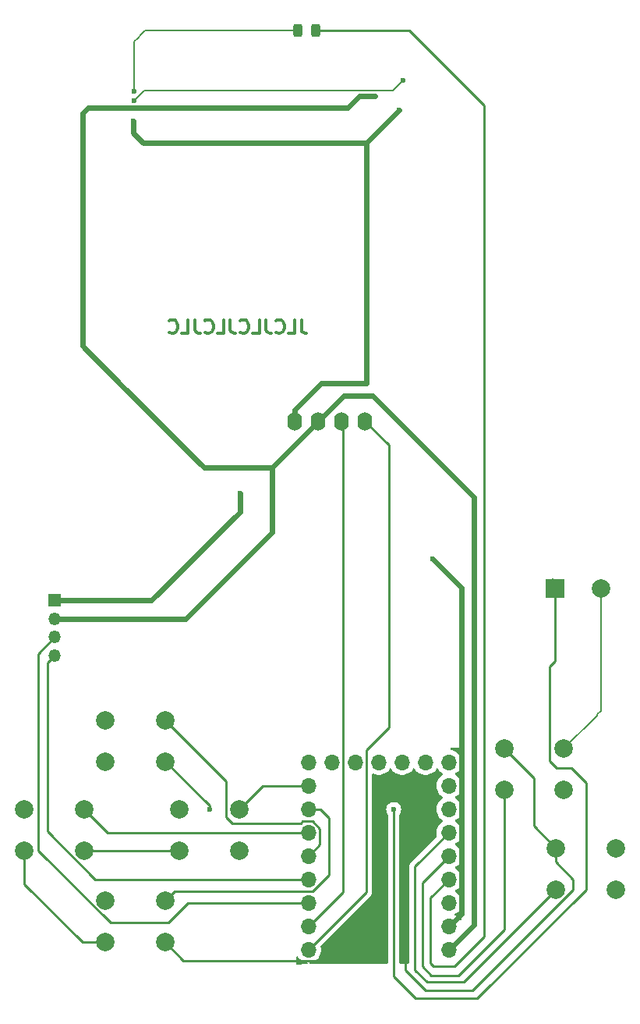
<source format=gbr>
G04 #@! TF.GenerationSoftware,KiCad,Pcbnew,8.0.5-8.0.5-0~ubuntu24.04.1*
G04 #@! TF.CreationDate,2024-10-08T07:55:02+09:00*
G04 #@! TF.ProjectId,gopher_rp2040_sw,676f7068-6572-45f7-9270-323034305f73,rev?*
G04 #@! TF.SameCoordinates,Original*
G04 #@! TF.FileFunction,Copper,L2,Bot*
G04 #@! TF.FilePolarity,Positive*
%FSLAX46Y46*%
G04 Gerber Fmt 4.6, Leading zero omitted, Abs format (unit mm)*
G04 Created by KiCad (PCBNEW 8.0.5-8.0.5-0~ubuntu24.04.1) date 2024-10-08 07:55:02*
%MOMM*%
%LPD*%
G01*
G04 APERTURE LIST*
G04 Aperture macros list*
%AMRoundRect*
0 Rectangle with rounded corners*
0 $1 Rounding radius*
0 $2 $3 $4 $5 $6 $7 $8 $9 X,Y pos of 4 corners*
0 Add a 4 corners polygon primitive as box body*
4,1,4,$2,$3,$4,$5,$6,$7,$8,$9,$2,$3,0*
0 Add four circle primitives for the rounded corners*
1,1,$1+$1,$2,$3*
1,1,$1+$1,$4,$5*
1,1,$1+$1,$6,$7*
1,1,$1+$1,$8,$9*
0 Add four rect primitives between the rounded corners*
20,1,$1+$1,$2,$3,$4,$5,0*
20,1,$1+$1,$4,$5,$6,$7,0*
20,1,$1+$1,$6,$7,$8,$9,0*
20,1,$1+$1,$8,$9,$2,$3,0*%
G04 Aperture macros list end*
%ADD10C,0.300000*%
G04 #@! TA.AperFunction,NonConductor*
%ADD11C,0.300000*%
G04 #@! TD*
G04 #@! TA.AperFunction,ComponentPad*
%ADD12O,1.700000X1.700000*%
G04 #@! TD*
G04 #@! TA.AperFunction,ComponentPad*
%ADD13O,1.600000X2.000000*%
G04 #@! TD*
G04 #@! TA.AperFunction,ComponentPad*
%ADD14C,2.000000*%
G04 #@! TD*
G04 #@! TA.AperFunction,ComponentPad*
%ADD15R,1.350000X1.350000*%
G04 #@! TD*
G04 #@! TA.AperFunction,ComponentPad*
%ADD16O,1.350000X1.350000*%
G04 #@! TD*
G04 #@! TA.AperFunction,ComponentPad*
%ADD17R,2.000000X2.000000*%
G04 #@! TD*
G04 #@! TA.AperFunction,SMDPad,CuDef*
%ADD18RoundRect,0.243750X0.243750X0.456250X-0.243750X0.456250X-0.243750X-0.456250X0.243750X-0.456250X0*%
G04 #@! TD*
G04 #@! TA.AperFunction,ViaPad*
%ADD19C,0.600000*%
G04 #@! TD*
G04 #@! TA.AperFunction,Conductor*
%ADD20C,0.250000*%
G04 #@! TD*
G04 #@! TA.AperFunction,Conductor*
%ADD21C,0.600000*%
G04 #@! TD*
G04 #@! TA.AperFunction,Conductor*
%ADD22C,0.200000*%
G04 #@! TD*
G04 APERTURE END LIST*
D10*
D11*
X110275035Y-87060597D02*
X110275035Y-88132026D01*
X110275035Y-88132026D02*
X110346464Y-88346311D01*
X110346464Y-88346311D02*
X110489321Y-88489169D01*
X110489321Y-88489169D02*
X110703607Y-88560597D01*
X110703607Y-88560597D02*
X110846464Y-88560597D01*
X108846464Y-88560597D02*
X109560750Y-88560597D01*
X109560750Y-88560597D02*
X109560750Y-87060597D01*
X107489321Y-88417740D02*
X107560749Y-88489169D01*
X107560749Y-88489169D02*
X107775035Y-88560597D01*
X107775035Y-88560597D02*
X107917892Y-88560597D01*
X107917892Y-88560597D02*
X108132178Y-88489169D01*
X108132178Y-88489169D02*
X108275035Y-88346311D01*
X108275035Y-88346311D02*
X108346464Y-88203454D01*
X108346464Y-88203454D02*
X108417892Y-87917740D01*
X108417892Y-87917740D02*
X108417892Y-87703454D01*
X108417892Y-87703454D02*
X108346464Y-87417740D01*
X108346464Y-87417740D02*
X108275035Y-87274883D01*
X108275035Y-87274883D02*
X108132178Y-87132026D01*
X108132178Y-87132026D02*
X107917892Y-87060597D01*
X107917892Y-87060597D02*
X107775035Y-87060597D01*
X107775035Y-87060597D02*
X107560749Y-87132026D01*
X107560749Y-87132026D02*
X107489321Y-87203454D01*
X106417892Y-87060597D02*
X106417892Y-88132026D01*
X106417892Y-88132026D02*
X106489321Y-88346311D01*
X106489321Y-88346311D02*
X106632178Y-88489169D01*
X106632178Y-88489169D02*
X106846464Y-88560597D01*
X106846464Y-88560597D02*
X106989321Y-88560597D01*
X104989321Y-88560597D02*
X105703607Y-88560597D01*
X105703607Y-88560597D02*
X105703607Y-87060597D01*
X103632178Y-88417740D02*
X103703606Y-88489169D01*
X103703606Y-88489169D02*
X103917892Y-88560597D01*
X103917892Y-88560597D02*
X104060749Y-88560597D01*
X104060749Y-88560597D02*
X104275035Y-88489169D01*
X104275035Y-88489169D02*
X104417892Y-88346311D01*
X104417892Y-88346311D02*
X104489321Y-88203454D01*
X104489321Y-88203454D02*
X104560749Y-87917740D01*
X104560749Y-87917740D02*
X104560749Y-87703454D01*
X104560749Y-87703454D02*
X104489321Y-87417740D01*
X104489321Y-87417740D02*
X104417892Y-87274883D01*
X104417892Y-87274883D02*
X104275035Y-87132026D01*
X104275035Y-87132026D02*
X104060749Y-87060597D01*
X104060749Y-87060597D02*
X103917892Y-87060597D01*
X103917892Y-87060597D02*
X103703606Y-87132026D01*
X103703606Y-87132026D02*
X103632178Y-87203454D01*
X102560749Y-87060597D02*
X102560749Y-88132026D01*
X102560749Y-88132026D02*
X102632178Y-88346311D01*
X102632178Y-88346311D02*
X102775035Y-88489169D01*
X102775035Y-88489169D02*
X102989321Y-88560597D01*
X102989321Y-88560597D02*
X103132178Y-88560597D01*
X101132178Y-88560597D02*
X101846464Y-88560597D01*
X101846464Y-88560597D02*
X101846464Y-87060597D01*
X99775035Y-88417740D02*
X99846463Y-88489169D01*
X99846463Y-88489169D02*
X100060749Y-88560597D01*
X100060749Y-88560597D02*
X100203606Y-88560597D01*
X100203606Y-88560597D02*
X100417892Y-88489169D01*
X100417892Y-88489169D02*
X100560749Y-88346311D01*
X100560749Y-88346311D02*
X100632178Y-88203454D01*
X100632178Y-88203454D02*
X100703606Y-87917740D01*
X100703606Y-87917740D02*
X100703606Y-87703454D01*
X100703606Y-87703454D02*
X100632178Y-87417740D01*
X100632178Y-87417740D02*
X100560749Y-87274883D01*
X100560749Y-87274883D02*
X100417892Y-87132026D01*
X100417892Y-87132026D02*
X100203606Y-87060597D01*
X100203606Y-87060597D02*
X100060749Y-87060597D01*
X100060749Y-87060597D02*
X99846463Y-87132026D01*
X99846463Y-87132026D02*
X99775035Y-87203454D01*
X98703606Y-87060597D02*
X98703606Y-88132026D01*
X98703606Y-88132026D02*
X98775035Y-88346311D01*
X98775035Y-88346311D02*
X98917892Y-88489169D01*
X98917892Y-88489169D02*
X99132178Y-88560597D01*
X99132178Y-88560597D02*
X99275035Y-88560597D01*
X97275035Y-88560597D02*
X97989321Y-88560597D01*
X97989321Y-88560597D02*
X97989321Y-87060597D01*
X95917892Y-88417740D02*
X95989320Y-88489169D01*
X95989320Y-88489169D02*
X96203606Y-88560597D01*
X96203606Y-88560597D02*
X96346463Y-88560597D01*
X96346463Y-88560597D02*
X96560749Y-88489169D01*
X96560749Y-88489169D02*
X96703606Y-88346311D01*
X96703606Y-88346311D02*
X96775035Y-88203454D01*
X96775035Y-88203454D02*
X96846463Y-87917740D01*
X96846463Y-87917740D02*
X96846463Y-87703454D01*
X96846463Y-87703454D02*
X96775035Y-87417740D01*
X96775035Y-87417740D02*
X96703606Y-87274883D01*
X96703606Y-87274883D02*
X96560749Y-87132026D01*
X96560749Y-87132026D02*
X96346463Y-87060597D01*
X96346463Y-87060597D02*
X96203606Y-87060597D01*
X96203606Y-87060597D02*
X95989320Y-87132026D01*
X95989320Y-87132026D02*
X95917892Y-87203454D01*
D12*
X111060000Y-155400000D03*
X111060000Y-152860000D03*
X111060000Y-150320000D03*
X111060000Y-147780000D03*
X111060000Y-145240000D03*
X111060000Y-142700000D03*
X111060000Y-140160000D03*
X111060000Y-137620000D03*
X111060000Y-135080000D03*
X113600000Y-135080000D03*
X116140000Y-135080000D03*
X118680000Y-135080000D03*
X121220000Y-135080000D03*
X123760000Y-135080000D03*
X126300000Y-135080000D03*
X126300000Y-137620000D03*
X126300000Y-140160000D03*
X126300000Y-142700000D03*
X126300000Y-145240000D03*
X126300000Y-147780000D03*
X126300000Y-150320000D03*
X126300000Y-152860000D03*
X126300000Y-155400000D03*
D13*
X109580000Y-98100000D03*
X112120000Y-98100000D03*
X114660000Y-98100000D03*
X117200000Y-98100000D03*
D14*
X132300000Y-133600000D03*
X138800000Y-133600000D03*
X132300000Y-138100000D03*
X138800000Y-138100000D03*
X80200000Y-140200000D03*
X86700000Y-140200000D03*
X80200000Y-144700000D03*
X86700000Y-144700000D03*
X89000000Y-150100000D03*
X95500000Y-150100000D03*
X89000000Y-154600000D03*
X95500000Y-154600000D03*
D15*
X83500000Y-117500000D03*
D16*
X83500000Y-119500000D03*
X83500000Y-121500000D03*
X83500000Y-123500000D03*
D14*
X89000000Y-130500000D03*
X95500000Y-130500000D03*
X89000000Y-135000000D03*
X95500000Y-135000000D03*
X97000000Y-140200000D03*
X103500000Y-140200000D03*
X97000000Y-144700000D03*
X103500000Y-144700000D03*
X137900000Y-144400000D03*
X144400000Y-144400000D03*
X137900000Y-148900000D03*
X144400000Y-148900000D03*
D17*
X137800000Y-116200000D03*
D14*
X142800000Y-116200000D03*
D18*
X111800000Y-55700000D03*
X109925000Y-55700000D03*
D19*
X103600000Y-105900000D03*
X124500000Y-113000000D03*
X92000000Y-65500000D03*
X121600000Y-152900000D03*
X113200000Y-156300000D03*
X100300000Y-140200000D03*
X120900000Y-64300000D03*
X118300000Y-62800000D03*
X89300000Y-64100000D03*
X92100000Y-62300000D03*
X121300000Y-61100000D03*
X92100000Y-63300000D03*
X120300000Y-140200000D03*
D20*
X135500000Y-142000000D02*
X137900000Y-144400000D01*
X128873833Y-159800000D02*
X123800000Y-159800000D01*
D21*
X93100000Y-67900000D02*
X92300000Y-67100000D01*
D22*
X142400000Y-130000000D02*
X138800000Y-133600000D01*
D20*
X80200000Y-144700000D02*
X80200000Y-148300000D01*
X123800000Y-159800000D02*
X121600000Y-157600000D01*
X121600000Y-157600000D02*
X121600000Y-152900000D01*
D21*
X117300000Y-94000000D02*
X117300000Y-67900000D01*
X117300000Y-94000000D02*
X112400000Y-94000000D01*
D20*
X135500000Y-136800000D02*
X135500000Y-142000000D01*
X86700000Y-144700000D02*
X95100000Y-144700000D01*
X139800000Y-147800000D02*
X139800000Y-148873833D01*
D21*
X112400000Y-94000000D02*
X109580000Y-96820000D01*
D20*
X137900000Y-144400000D02*
X137900000Y-145900000D01*
D21*
X92000000Y-66800000D02*
X92000000Y-65500000D01*
D20*
X97475000Y-156575000D02*
X95500000Y-154600000D01*
X139800000Y-148873833D02*
X128873833Y-159800000D01*
X86500000Y-154600000D02*
X89000000Y-154600000D01*
D21*
X117300000Y-67900000D02*
X120900000Y-64300000D01*
D20*
X95100000Y-144700000D02*
X97000000Y-144700000D01*
D21*
X117300000Y-67900000D02*
X93100000Y-67900000D01*
X109580000Y-96820000D02*
X109580000Y-98100000D01*
D20*
X95500000Y-135000000D02*
X100300000Y-139800000D01*
D22*
X142400000Y-130000000D02*
X142400000Y-129900000D01*
D21*
X127650000Y-116150000D02*
X127650000Y-151510000D01*
X103600000Y-105900000D02*
X103600000Y-107900000D01*
D22*
X142800000Y-129500000D02*
X142800000Y-116200000D01*
D21*
X103600000Y-107900000D02*
X94000000Y-117500000D01*
D20*
X113200000Y-156300000D02*
X112925000Y-156575000D01*
X80200000Y-148300000D02*
X86500000Y-154600000D01*
D21*
X92300000Y-67100000D02*
X92000000Y-66800000D01*
D20*
X137900000Y-145900000D02*
X139800000Y-147800000D01*
D22*
X142400000Y-129900000D02*
X142800000Y-129500000D01*
D20*
X132300000Y-133600000D02*
X135500000Y-136800000D01*
X112925000Y-156575000D02*
X97475000Y-156575000D01*
D21*
X127650000Y-151510000D02*
X126300000Y-152860000D01*
X124500000Y-113000000D02*
X127650000Y-116150000D01*
D20*
X100300000Y-139800000D02*
X100300000Y-140200000D01*
D21*
X94000000Y-117500000D02*
X83500000Y-117500000D01*
X90700000Y-94100000D02*
X86500000Y-89900000D01*
X116600000Y-62800000D02*
X118300000Y-62800000D01*
X86500000Y-89800000D02*
X86500000Y-64700000D01*
X89300000Y-64100000D02*
X115300000Y-64100000D01*
X107100000Y-103120000D02*
X99720000Y-103120000D01*
X112120000Y-98320000D02*
X112120000Y-98100000D01*
X129000000Y-152700000D02*
X126300000Y-155400000D01*
X107100000Y-103120000D02*
X112120000Y-98100000D01*
X87100000Y-64100000D02*
X89300000Y-64100000D01*
X115300000Y-64100000D02*
X116600000Y-62800000D01*
X107100000Y-110100000D02*
X97700000Y-119500000D01*
X112120000Y-98100000D02*
X114920000Y-95300000D01*
X86500000Y-89900000D02*
X86500000Y-89800000D01*
X97700000Y-119500000D02*
X83500000Y-119500000D01*
X118000000Y-95300000D02*
X129000000Y-106300000D01*
X99720000Y-103120000D02*
X90700000Y-94100000D01*
X107100000Y-103120000D02*
X107100000Y-110100000D01*
X129000000Y-106300000D02*
X129000000Y-152700000D01*
X114920000Y-95300000D02*
X118000000Y-95300000D01*
X86500000Y-64700000D02*
X87100000Y-64100000D01*
D22*
X92100000Y-56900000D02*
X92100000Y-62300000D01*
X92500000Y-56500000D02*
X92100000Y-56900000D01*
X92900000Y-56100000D02*
X92500000Y-56500000D01*
X93300000Y-55700000D02*
X92900000Y-56100000D01*
X109925000Y-55700000D02*
X93300000Y-55700000D01*
X93200000Y-62200000D02*
X120200000Y-62200000D01*
X120200000Y-62200000D02*
X121300000Y-61100000D01*
X92100000Y-63300000D02*
X93200000Y-62200000D01*
D20*
X117315000Y-149145000D02*
X111060000Y-155400000D01*
X117315000Y-133785001D02*
X117315000Y-149145000D01*
X119768346Y-100668346D02*
X119768346Y-131331655D01*
X119768346Y-131331655D02*
X117315000Y-133785001D01*
X117200000Y-98100000D02*
X119768346Y-100668346D01*
X114775000Y-149145000D02*
X111060000Y-152860000D01*
X114660000Y-98100000D02*
X114775000Y-98215000D01*
X114775000Y-98215000D02*
X114775000Y-149145000D01*
X81700000Y-144673833D02*
X89526167Y-152500000D01*
X95800000Y-152500000D02*
X97980000Y-150320000D01*
X81700000Y-123300000D02*
X81700000Y-144673833D01*
X83500000Y-121500000D02*
X81700000Y-123300000D01*
X89526167Y-152500000D02*
X95800000Y-152500000D01*
X97980000Y-150320000D02*
X111060000Y-150320000D01*
X82700000Y-142573833D02*
X82700000Y-124300000D01*
X87906167Y-147780000D02*
X111060000Y-147780000D01*
X82700000Y-124300000D02*
X83500000Y-123500000D01*
X82700000Y-142573833D02*
X87906167Y-147780000D01*
X138000000Y-135700000D02*
X137200000Y-134900000D01*
X122700000Y-160700000D02*
X129400000Y-160700000D01*
X137475000Y-115325000D02*
X137600000Y-115200000D01*
X120300000Y-158300000D02*
X122700000Y-160700000D01*
X141200000Y-137300000D02*
X139600000Y-135700000D01*
X137800000Y-124100000D02*
X137800000Y-116200000D01*
X137200000Y-124700000D02*
X137800000Y-124100000D01*
X129400000Y-160700000D02*
X141200000Y-148900000D01*
X141200000Y-148900000D02*
X141200000Y-137300000D01*
X139600000Y-135700000D02*
X138000000Y-135700000D01*
X137200000Y-134900000D02*
X137200000Y-124700000D01*
X120300000Y-140200000D02*
X120300000Y-158300000D01*
X130100000Y-154000000D02*
X130100000Y-63800000D01*
X122000000Y-55700000D02*
X111800000Y-55700000D01*
X126900000Y-157200000D02*
X130100000Y-154000000D01*
X124300000Y-149780000D02*
X124300000Y-156900000D01*
X126300000Y-147780000D02*
X124300000Y-149780000D01*
X130100000Y-63800000D02*
X122000000Y-55700000D01*
X124600000Y-157200000D02*
X126900000Y-157200000D01*
X124300000Y-156900000D02*
X124600000Y-157200000D01*
X111521701Y-141500000D02*
X112300000Y-142278299D01*
X102100000Y-141000000D02*
X102800000Y-141700000D01*
X102800000Y-141700000D02*
X110208299Y-141700000D01*
X110408299Y-141500000D02*
X111521701Y-141500000D01*
X95500000Y-130500000D02*
X102100000Y-137100000D01*
X112300000Y-144000000D02*
X111060000Y-145240000D01*
X110208299Y-141700000D02*
X110408299Y-141500000D01*
X102100000Y-137100000D02*
X102100000Y-141000000D01*
X112300000Y-142278299D02*
X112300000Y-144000000D01*
X89200000Y-142700000D02*
X86700000Y-140200000D01*
X111060000Y-142700000D02*
X89200000Y-142700000D01*
X111500000Y-149100000D02*
X113300000Y-147300000D01*
X96500000Y-149100000D02*
X111500000Y-149100000D01*
X113300000Y-141100000D02*
X112360000Y-140160000D01*
X95500000Y-150100000D02*
X96500000Y-149100000D01*
X112360000Y-140160000D02*
X111060000Y-140160000D01*
X113300000Y-147300000D02*
X113300000Y-141100000D01*
X111060000Y-137620000D02*
X106080000Y-137620000D01*
X106080000Y-137620000D02*
X103500000Y-140200000D01*
X123400000Y-157200000D02*
X123400000Y-148140000D01*
X132300000Y-138100000D02*
X132300000Y-153200000D01*
X123400000Y-148140000D02*
X126300000Y-145240000D01*
X127300000Y-158200000D02*
X124400000Y-158200000D01*
X132300000Y-153200000D02*
X127300000Y-158200000D01*
X124400000Y-158200000D02*
X123400000Y-157200000D01*
X123900000Y-158900000D02*
X122600000Y-157600000D01*
X122600000Y-146400000D02*
X126300000Y-142700000D01*
X137900000Y-148900000D02*
X127900000Y-158900000D01*
X127900000Y-158900000D02*
X123900000Y-158900000D01*
X122600000Y-157600000D02*
X122600000Y-146400000D01*
G04 #@! TA.AperFunction,Conductor*
G36*
X109905203Y-156124943D02*
G01*
X109927804Y-156150829D01*
X109984278Y-156237268D01*
X109984283Y-156237273D01*
X109984284Y-156237276D01*
X110136756Y-156402902D01*
X110136760Y-156402906D01*
X110314424Y-156541189D01*
X110314425Y-156541189D01*
X110314427Y-156541191D01*
X110441135Y-156609761D01*
X110512426Y-156648342D01*
X110725365Y-156721444D01*
X110879996Y-156747247D01*
X110942879Y-156777696D01*
X110979319Y-156837311D01*
X110977745Y-156907162D01*
X110938655Y-156965074D01*
X110874461Y-156992659D01*
X110860274Y-156993553D01*
X109824689Y-156999307D01*
X109757541Y-156979995D01*
X109711494Y-156927446D01*
X109700000Y-156875309D01*
X109700000Y-156218656D01*
X109719685Y-156151617D01*
X109772489Y-156105862D01*
X109841647Y-156095918D01*
X109905203Y-156124943D01*
G37*
G04 #@! TD.AperFunction*
G04 #@! TA.AperFunction,Conductor*
G36*
X125111905Y-135753515D02*
G01*
X125133804Y-135778787D01*
X125224278Y-135917268D01*
X125224283Y-135917273D01*
X125224284Y-135917276D01*
X125376756Y-136082902D01*
X125376760Y-136082906D01*
X125554424Y-136221189D01*
X125554429Y-136221191D01*
X125554431Y-136221193D01*
X125590930Y-136240946D01*
X125640520Y-136290165D01*
X125655628Y-136358382D01*
X125631457Y-136423937D01*
X125590930Y-136459054D01*
X125554431Y-136478806D01*
X125554422Y-136478812D01*
X125376761Y-136617092D01*
X125376756Y-136617097D01*
X125224284Y-136782723D01*
X125224276Y-136782734D01*
X125101140Y-136971207D01*
X125010703Y-137177385D01*
X124955436Y-137395628D01*
X124955434Y-137395640D01*
X124936844Y-137619994D01*
X124936844Y-137620005D01*
X124955434Y-137844359D01*
X124955436Y-137844371D01*
X125010703Y-138062614D01*
X125101140Y-138268792D01*
X125224276Y-138457265D01*
X125224284Y-138457276D01*
X125376756Y-138622902D01*
X125376760Y-138622906D01*
X125554424Y-138761189D01*
X125554429Y-138761191D01*
X125554431Y-138761193D01*
X125590930Y-138780946D01*
X125640520Y-138830165D01*
X125655628Y-138898382D01*
X125631457Y-138963937D01*
X125590930Y-138999054D01*
X125554431Y-139018806D01*
X125554422Y-139018812D01*
X125376761Y-139157092D01*
X125376756Y-139157097D01*
X125224284Y-139322723D01*
X125224276Y-139322734D01*
X125101140Y-139511207D01*
X125010703Y-139717385D01*
X124955436Y-139935628D01*
X124955434Y-139935640D01*
X124936844Y-140159994D01*
X124936844Y-140160005D01*
X124955434Y-140384359D01*
X124955436Y-140384371D01*
X125010703Y-140602614D01*
X125101140Y-140808792D01*
X125224276Y-140997265D01*
X125224284Y-140997276D01*
X125376756Y-141162902D01*
X125376760Y-141162906D01*
X125554424Y-141301189D01*
X125554429Y-141301191D01*
X125554431Y-141301193D01*
X125590930Y-141320946D01*
X125640520Y-141370165D01*
X125655628Y-141438382D01*
X125631457Y-141503937D01*
X125590930Y-141539054D01*
X125554431Y-141558806D01*
X125554422Y-141558812D01*
X125376761Y-141697092D01*
X125376756Y-141697097D01*
X125224284Y-141862723D01*
X125224276Y-141862734D01*
X125101140Y-142051207D01*
X125010703Y-142257385D01*
X124955436Y-142475628D01*
X124955434Y-142475640D01*
X124936844Y-142699994D01*
X124936844Y-142700005D01*
X124955435Y-142924364D01*
X124983461Y-143035037D01*
X124980836Y-143104857D01*
X124950936Y-143153158D01*
X122865890Y-145238206D01*
X122196167Y-145907929D01*
X122168178Y-145935918D01*
X122107927Y-145996168D01*
X122038603Y-146099918D01*
X122038598Y-146099927D01*
X121990845Y-146215214D01*
X121990843Y-146215222D01*
X121966500Y-146337601D01*
X121966500Y-156808539D01*
X121946815Y-156875578D01*
X121894011Y-156921333D01*
X121843189Y-156932537D01*
X121058189Y-156936898D01*
X120991041Y-156917586D01*
X120944994Y-156865037D01*
X120933500Y-156812900D01*
X120933500Y-140747160D01*
X120952507Y-140681188D01*
X121033039Y-140553022D01*
X121033041Y-140553019D01*
X121033041Y-140553017D01*
X121033043Y-140553015D01*
X121093217Y-140381047D01*
X121113616Y-140200000D01*
X121109109Y-140160000D01*
X121093218Y-140018958D01*
X121093217Y-140018953D01*
X121033043Y-139846985D01*
X120936111Y-139692719D01*
X120807281Y-139563889D01*
X120786522Y-139550845D01*
X120653017Y-139466958D01*
X120653016Y-139466957D01*
X120653015Y-139466957D01*
X120598693Y-139447949D01*
X120481046Y-139406782D01*
X120481041Y-139406781D01*
X120300004Y-139386384D01*
X120299996Y-139386384D01*
X120118958Y-139406781D01*
X120118953Y-139406782D01*
X119946982Y-139466958D01*
X119792718Y-139563889D01*
X119663889Y-139692718D01*
X119566958Y-139846982D01*
X119506782Y-140018953D01*
X119506781Y-140018958D01*
X119486384Y-140199996D01*
X119486384Y-140200003D01*
X119506781Y-140381041D01*
X119506782Y-140381046D01*
X119566958Y-140553019D01*
X119566960Y-140553022D01*
X119647493Y-140681188D01*
X119666500Y-140747160D01*
X119666500Y-156821317D01*
X119646815Y-156888356D01*
X119594011Y-156934111D01*
X119543189Y-156945315D01*
X111274908Y-156991250D01*
X111207760Y-156971938D01*
X111161713Y-156919389D01*
X111151385Y-156850287D01*
X111180056Y-156786571D01*
X111238624Y-156748471D01*
X111253804Y-156744944D01*
X111394635Y-156721444D01*
X111607574Y-156648342D01*
X111805576Y-156541189D01*
X111983240Y-156402906D01*
X112135722Y-156237268D01*
X112258860Y-156048791D01*
X112349296Y-155842616D01*
X112404564Y-155624368D01*
X112423156Y-155400000D01*
X112404564Y-155175632D01*
X112376538Y-155064960D01*
X112379163Y-154995140D01*
X112409061Y-154946841D01*
X117807071Y-149548833D01*
X117876400Y-149445075D01*
X117924155Y-149329785D01*
X117948500Y-149207394D01*
X117948500Y-149082606D01*
X117948500Y-136436905D01*
X117968185Y-136369866D01*
X118020989Y-136324111D01*
X118090147Y-136314167D01*
X118127606Y-136326557D01*
X118127728Y-136326281D01*
X118130664Y-136327569D01*
X118131521Y-136327852D01*
X118132426Y-136328342D01*
X118345365Y-136401444D01*
X118567431Y-136438500D01*
X118792569Y-136438500D01*
X119014635Y-136401444D01*
X119227574Y-136328342D01*
X119425576Y-136221189D01*
X119603240Y-136082906D01*
X119755722Y-135917268D01*
X119846193Y-135778790D01*
X119899338Y-135733437D01*
X119968569Y-135724013D01*
X120031905Y-135753515D01*
X120053804Y-135778787D01*
X120144278Y-135917268D01*
X120144283Y-135917273D01*
X120144284Y-135917276D01*
X120296756Y-136082902D01*
X120296760Y-136082906D01*
X120474424Y-136221189D01*
X120474425Y-136221189D01*
X120474427Y-136221191D01*
X120575824Y-136276064D01*
X120672426Y-136328342D01*
X120885365Y-136401444D01*
X121107431Y-136438500D01*
X121332569Y-136438500D01*
X121554635Y-136401444D01*
X121767574Y-136328342D01*
X121965576Y-136221189D01*
X122143240Y-136082906D01*
X122295722Y-135917268D01*
X122386193Y-135778790D01*
X122439338Y-135733437D01*
X122508569Y-135724013D01*
X122571905Y-135753515D01*
X122593804Y-135778787D01*
X122684278Y-135917268D01*
X122684283Y-135917273D01*
X122684284Y-135917276D01*
X122836756Y-136082902D01*
X122836760Y-136082906D01*
X123014424Y-136221189D01*
X123014425Y-136221189D01*
X123014427Y-136221191D01*
X123115824Y-136276064D01*
X123212426Y-136328342D01*
X123425365Y-136401444D01*
X123647431Y-136438500D01*
X123872569Y-136438500D01*
X124094635Y-136401444D01*
X124307574Y-136328342D01*
X124505576Y-136221189D01*
X124683240Y-136082906D01*
X124835722Y-135917268D01*
X124926193Y-135778790D01*
X124979338Y-135733437D01*
X125048569Y-135724013D01*
X125111905Y-135753515D01*
G37*
G04 #@! TD.AperFunction*
G04 #@! TA.AperFunction,Conductor*
G36*
X127657905Y-150984332D02*
G01*
X127695236Y-151043393D01*
X127700000Y-151077432D01*
X127700000Y-152112476D01*
X127680315Y-152179515D01*
X127627511Y-152225270D01*
X127558353Y-152235214D01*
X127494797Y-152206189D01*
X127474425Y-152183600D01*
X127338109Y-151988922D01*
X127338108Y-151988920D01*
X127171082Y-151821894D01*
X126990197Y-151695236D01*
X126946572Y-151640659D01*
X126939380Y-151571160D01*
X126970902Y-151508806D01*
X127002300Y-151484608D01*
X127045576Y-151461189D01*
X127223240Y-151322906D01*
X127375722Y-151157268D01*
X127472192Y-151009608D01*
X127525338Y-150964254D01*
X127594569Y-150954830D01*
X127657905Y-150984332D01*
G37*
G04 #@! TD.AperFunction*
G04 #@! TA.AperFunction,Conductor*
G36*
X127657905Y-148444332D02*
G01*
X127695236Y-148503393D01*
X127700000Y-148537432D01*
X127700000Y-149562567D01*
X127680315Y-149629606D01*
X127627511Y-149675361D01*
X127558353Y-149685305D01*
X127494797Y-149656280D01*
X127472192Y-149630389D01*
X127389508Y-149503833D01*
X127375722Y-149482732D01*
X127375719Y-149482729D01*
X127375715Y-149482723D01*
X127223243Y-149317097D01*
X127223238Y-149317092D01*
X127045577Y-149178812D01*
X127045578Y-149178812D01*
X127045576Y-149178811D01*
X127009070Y-149159055D01*
X126959479Y-149109836D01*
X126944371Y-149041619D01*
X126968541Y-148976064D01*
X127009070Y-148940945D01*
X127012823Y-148938914D01*
X127045576Y-148921189D01*
X127223240Y-148782906D01*
X127375722Y-148617268D01*
X127472192Y-148469608D01*
X127525338Y-148424254D01*
X127594569Y-148414830D01*
X127657905Y-148444332D01*
G37*
G04 #@! TD.AperFunction*
G04 #@! TA.AperFunction,Conductor*
G36*
X127657905Y-145904332D02*
G01*
X127695236Y-145963393D01*
X127700000Y-145997432D01*
X127700000Y-147022567D01*
X127680315Y-147089606D01*
X127627511Y-147135361D01*
X127558353Y-147145305D01*
X127494797Y-147116280D01*
X127472192Y-147090389D01*
X127375723Y-146942734D01*
X127375715Y-146942723D01*
X127223243Y-146777097D01*
X127223238Y-146777092D01*
X127045577Y-146638812D01*
X127045578Y-146638812D01*
X127045576Y-146638811D01*
X127009070Y-146619055D01*
X126959479Y-146569836D01*
X126944371Y-146501619D01*
X126968541Y-146436064D01*
X127009070Y-146400945D01*
X127009084Y-146400936D01*
X127045576Y-146381189D01*
X127223240Y-146242906D01*
X127375722Y-146077268D01*
X127472192Y-145929608D01*
X127525338Y-145884254D01*
X127594569Y-145874830D01*
X127657905Y-145904332D01*
G37*
G04 #@! TD.AperFunction*
G04 #@! TA.AperFunction,Conductor*
G36*
X127657905Y-143364332D02*
G01*
X127695236Y-143423393D01*
X127700000Y-143457432D01*
X127700000Y-144482567D01*
X127680315Y-144549606D01*
X127627511Y-144595361D01*
X127558353Y-144605305D01*
X127494797Y-144576280D01*
X127472192Y-144550389D01*
X127375723Y-144402734D01*
X127375715Y-144402723D01*
X127223243Y-144237097D01*
X127223238Y-144237092D01*
X127045577Y-144098812D01*
X127045578Y-144098812D01*
X127045576Y-144098811D01*
X127009070Y-144079055D01*
X126959479Y-144029836D01*
X126944371Y-143961619D01*
X126968541Y-143896064D01*
X127009070Y-143860945D01*
X127009084Y-143860936D01*
X127045576Y-143841189D01*
X127223240Y-143702906D01*
X127375722Y-143537268D01*
X127472192Y-143389608D01*
X127525338Y-143344254D01*
X127594569Y-143334830D01*
X127657905Y-143364332D01*
G37*
G04 #@! TD.AperFunction*
G04 #@! TA.AperFunction,Conductor*
G36*
X127657905Y-140824332D02*
G01*
X127695236Y-140883393D01*
X127700000Y-140917432D01*
X127700000Y-141942567D01*
X127680315Y-142009606D01*
X127627511Y-142055361D01*
X127558353Y-142065305D01*
X127494797Y-142036280D01*
X127472192Y-142010389D01*
X127375723Y-141862734D01*
X127375715Y-141862723D01*
X127223243Y-141697097D01*
X127223238Y-141697092D01*
X127045577Y-141558812D01*
X127045578Y-141558812D01*
X127045576Y-141558811D01*
X127009070Y-141539055D01*
X126959479Y-141489836D01*
X126944371Y-141421619D01*
X126968541Y-141356064D01*
X127009070Y-141320945D01*
X127009084Y-141320936D01*
X127045576Y-141301189D01*
X127223240Y-141162906D01*
X127375722Y-140997268D01*
X127472192Y-140849608D01*
X127525338Y-140804254D01*
X127594569Y-140794830D01*
X127657905Y-140824332D01*
G37*
G04 #@! TD.AperFunction*
G04 #@! TA.AperFunction,Conductor*
G36*
X127657905Y-138284332D02*
G01*
X127695236Y-138343393D01*
X127700000Y-138377432D01*
X127700000Y-139402567D01*
X127680315Y-139469606D01*
X127627511Y-139515361D01*
X127558353Y-139525305D01*
X127494797Y-139496280D01*
X127472192Y-139470389D01*
X127375723Y-139322734D01*
X127375715Y-139322723D01*
X127223243Y-139157097D01*
X127223238Y-139157092D01*
X127045577Y-139018812D01*
X127045578Y-139018812D01*
X127045576Y-139018811D01*
X127009070Y-138999055D01*
X126959479Y-138949836D01*
X126944371Y-138881619D01*
X126968541Y-138816064D01*
X127009070Y-138780945D01*
X127009084Y-138780936D01*
X127045576Y-138761189D01*
X127223240Y-138622906D01*
X127375722Y-138457268D01*
X127472192Y-138309608D01*
X127525338Y-138264254D01*
X127594569Y-138254830D01*
X127657905Y-138284332D01*
G37*
G04 #@! TD.AperFunction*
G04 #@! TA.AperFunction,Conductor*
G36*
X127657905Y-135744332D02*
G01*
X127695236Y-135803393D01*
X127700000Y-135837432D01*
X127700000Y-136862567D01*
X127680315Y-136929606D01*
X127627511Y-136975361D01*
X127558353Y-136985305D01*
X127494797Y-136956280D01*
X127472192Y-136930389D01*
X127375723Y-136782734D01*
X127375715Y-136782723D01*
X127223243Y-136617097D01*
X127223238Y-136617092D01*
X127045577Y-136478812D01*
X127045578Y-136478812D01*
X127045576Y-136478811D01*
X127009070Y-136459055D01*
X126959479Y-136409836D01*
X126944371Y-136341619D01*
X126968541Y-136276064D01*
X127009070Y-136240945D01*
X127009084Y-136240936D01*
X127045576Y-136221189D01*
X127223240Y-136082906D01*
X127375722Y-135917268D01*
X127472192Y-135769608D01*
X127525338Y-135724254D01*
X127594569Y-135714830D01*
X127657905Y-135744332D01*
G37*
G04 #@! TD.AperFunction*
G04 #@! TA.AperFunction,Conductor*
G36*
X127643039Y-133519685D02*
G01*
X127688794Y-133572489D01*
X127700000Y-133624000D01*
X127700000Y-134322567D01*
X127680315Y-134389606D01*
X127627511Y-134435361D01*
X127558353Y-134445305D01*
X127494797Y-134416280D01*
X127472192Y-134390389D01*
X127375723Y-134242734D01*
X127375715Y-134242723D01*
X127223243Y-134077097D01*
X127223238Y-134077092D01*
X127045577Y-133938812D01*
X127045572Y-133938808D01*
X126847580Y-133831661D01*
X126847577Y-133831659D01*
X126847574Y-133831658D01*
X126847571Y-133831657D01*
X126847569Y-133831656D01*
X126634637Y-133758556D01*
X126561243Y-133746309D01*
X126498357Y-133715859D01*
X126461918Y-133656244D01*
X126463493Y-133586392D01*
X126502583Y-133528480D01*
X126566776Y-133500896D01*
X126581652Y-133500000D01*
X127576000Y-133500000D01*
X127643039Y-133519685D01*
G37*
G04 #@! TD.AperFunction*
M02*

</source>
